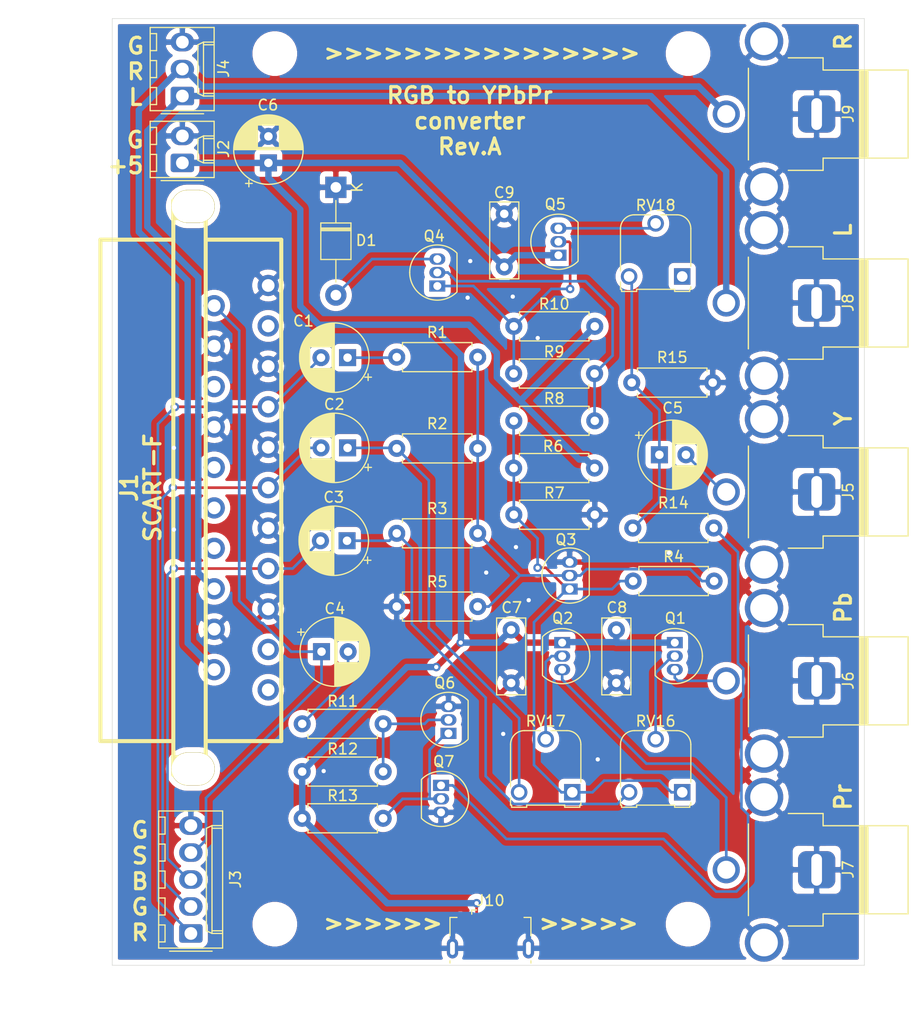
<source format=kicad_pcb>
(kicad_pcb (version 20171130) (host pcbnew "(5.1.4)-1")
  (layers (0 F.Cu signal) (31 B.Cu signal) (34 B.Paste user) (35 F.Paste user) (36 B.SilkS user) (37 F.SilkS user) (38 B.Mask user) (39 F.Mask user) (44 Edge.Cuts user))
  (net 0 "")
  (net 1 R_IN)
  (net 2 "Net-(C1-Pad1)")
  (net 3 G_IN)
  (net 4 "Net-(C2-Pad1)")
  (net 5 B_IN)
  (net 6 "Net-(C3-Pad1)")
  (net 7 "Net-(C4-Pad2)")
  (net 8 CSYNC_IN)
  (net 9 Y_OUT)
  (net 10 "Net-(C5-Pad1)")
  (net 11 "Net-(D1-Pad2)")
  (net 12 GND)
  (net 13 Audio_L)
  (net 14 Audio_R)
  (net 15 +5V)
  (net 16 Pb_OUT)
  (net 17 Pr_OUT)
  (net 18 "Net-(Q1-Pad2)")
  (net 19 "Net-(Q2-Pad2)")
  (net 20 "Net-(Q3-Pad1)")
  (net 21 "Net-(Q3-Pad2)")
  (net 22 "Net-(Q4-Pad1)")
  (net 23 "Net-(Q4-Pad2)")
  (net 24 "Net-(Q5-Pad3)")
  (net 25 "Net-(Q6-Pad1)")
  (net 26 "Net-(Q6-Pad2)")
  (net 27 "Net-(Q7-Pad1)")
  (module Connector_USB:USB_Micro-B_GCT_USB3076-30-A (layer F.Cu) (at 145.7 138.7)
    (fp_text reference J10 (at 0 -3.3) (layer F.SilkS))
    (fp_text value USB_B_Micro)
    (pad 6 smd rect (at -2.32 -1.03) (size 1.15 1.45) (layers F.Cu F.Paste F.Mask) (net 12 GND))
    (pad 6 smd rect (at 2.32 -1.03) (size 1.15 1.45) (layers F.Cu F.Paste F.Mask) (net 12 GND))
    (pad 6 thru_hole oval (at 3.575 1.2) (size 1.05 1.9) (drill oval 0.45 1.25) (layers *.Cu *.Mask) (net 12 GND))
    (pad 6 thru_hole oval (at -3.575 1.2 180) (size 1.05 1.9) (drill oval 0.45 1.25) (layers *.Cu *.Mask) (net 12 GND))
    (pad 6 smd rect (at -1.125 1.2) (size 1.75 1.9) (layers F.Cu F.Paste F.Mask) (net 12 GND))
    (pad 3 smd rect (at 0 -1.45) (size 0.4 1.4) (layers F.Cu F.Paste F.Mask))
    (pad 4 smd rect (at 0.65 -1.45) (size 0.4 1.4) (layers F.Cu F.Paste F.Mask))
    (pad 5 smd rect (at 1.3 -1.45) (size 0.4 1.4) (layers F.Cu F.Paste F.Mask) (net 12 GND))
    (pad 1 smd rect (at -1.3 -1.45) (size 0.4 1.4) (layers F.Cu F.Paste F.Mask) (net 15 +5V))
    (pad 2 smd rect (at -0.65 -1.45) (size 0.4 1.4) (layers F.Cu F.Paste F.Mask))
    (pad 6 smd rect (at 1.125 1.2) (size 1.75 1.9) (layers F.Cu F.Paste F.Mask) (net 12 GND))
  )
  (module Potentiometer_THT:Potentiometer_Runtron_RM-065_Vertical (layer F.Cu) (at 153.4 125.2 180)
    (fp_text reference RV17 (at 2.5 6.7) (layer F.SilkS))
    (fp_text value 10k)
    (pad 2 thru_hole circle (at 2.5 5 180) (size 1.55 1.55) (drill 1) (layers *.Cu *.Mask) (net 19 "Net-(Q2-Pad2)"))
    (pad 1 thru_hole rect (at 0 0 180) (size 1.55 1.55) (drill 1) (layers *.Cu *.Mask) (net 20 "Net-(Q3-Pad1)"))
    (pad 3 thru_hole circle (at 5 0 180) (size 1.55 1.55) (drill 1) (layers *.Cu *.Mask) (net 4 "Net-(C2-Pad1)"))
  )
  (module Capacitor_THT:C_Disc_D7.0mm_W2.5mm_P5.00mm (layer F.Cu) (at 147 75.7 90)
    (fp_text reference C9 (at 7 0 180) (layer F.SilkS))
    (fp_text value 100n)
    (pad 2 thru_hole circle (at 5 0 90) (size 1.6 1.6) (drill 0.8) (layers *.Cu *.Mask) (net 12 GND))
    (pad 1 thru_hole circle (at 0 0 90) (size 1.6 1.6) (drill 0.8) (layers *.Cu *.Mask) (net 15 +5V))
  )
  (module Capacitor_THT:C_Disc_D7.0mm_W2.5mm_P5.00mm (layer F.Cu) (at 157.55 109.9 270)
    (fp_text reference C8 (at -2.1 -0.05 180) (layer F.SilkS))
    (fp_text value 100n)
    (pad 2 thru_hole circle (at 5 0 270) (size 1.6 1.6) (drill 0.8) (layers *.Cu *.Mask) (net 12 GND))
    (pad 1 thru_hole circle (at 0 0 270) (size 1.6 1.6) (drill 0.8) (layers *.Cu *.Mask) (net 15 +5V))
  )
  (module Capacitor_THT:C_Disc_D7.0mm_W2.5mm_P5.00mm (layer F.Cu) (at 147.65 109.9 270)
    (fp_text reference C7 (at -2.1 -0.05 180) (layer F.SilkS))
    (fp_text value 100n)
    (pad 2 thru_hole circle (at 5 0 270) (size 1.6 1.6) (drill 0.8) (layers *.Cu *.Mask) (net 12 GND))
    (pad 1 thru_hole circle (at 0 0 270) (size 1.6 1.6) (drill 0.8) (layers *.Cu *.Mask) (net 15 +5V))
  )
  (module Capacitor_THT:CP_Radial_D6.3mm_P2.50mm (layer F.Cu) (at 124.8 65.9 90)
    (fp_text reference C6 (at 5.45 -0.05 180) (layer F.SilkS))
    (fp_text value 100u)
    (pad 2 thru_hole circle (at 2.5 0 90) (size 1.6 1.6) (drill 0.8) (layers *.Cu *.Mask) (net 12 GND))
    (pad 1 thru_hole rect (at 0 0 90) (size 1.6 1.6) (drill 0.8) (layers *.Cu *.Mask) (net 15 +5V))
  )
  (module MountingHole:MountingHole_3.2mm_M3 (layer F.Cu) (at 164.3 137.625001)
    (fp_text reference H4 hide)
    (fp_text value MountingHole)
    (pad 1 np_thru_hole circle (at 0 0) (size 3.2 3.2) (drill 3.2) (layers *.Cu *.Mask))
  )
  (module MountingHole:MountingHole_3.2mm_M3 (layer F.Cu) (at 164.3 55.6 180)
    (fp_text reference H3 hide)
    (fp_text value MountingHole)
    (pad 1 np_thru_hole circle (at 0 0 180) (size 3.2 3.2) (drill 3.2) (layers *.Cu *.Mask))
  )
  (module MountingHole:MountingHole_3.2mm_M3 (layer F.Cu) (at 125.4 137.625001)
    (fp_text reference H2 hide)
    (fp_text value MountingHole)
    (pad 1 np_thru_hole circle (at 0 0) (size 3.2 3.2) (drill 3.2) (layers *.Cu *.Mask))
  )
  (module MountingHole:MountingHole_3.2mm_M3 (layer F.Cu) (at 125.4 55.6 180)
    (fp_text reference H1 hide)
    (fp_text value MountingHole)
    (pad 1 np_thru_hole circle (at 0 0 180) (size 3.2 3.2) (drill 3.2) (layers *.Cu *.Mask))
  )
  (module Potentiometer_THT:Potentiometer_Runtron_RM-065_Vertical (layer F.Cu) (at 163.75 76.6 180)
    (fp_text reference RV18 (at 2.5 6.7) (layer F.SilkS))
    (fp_text value 100)
    (pad 3 thru_hole circle (at 5 0 180) (size 1.55 1.55) (drill 1) (layers *.Cu *.Mask) (net 10 "Net-(C5-Pad1)"))
    (pad 1 thru_hole rect (at 0 0 180) (size 1.55 1.55) (drill 1) (layers *.Cu *.Mask))
    (pad 2 thru_hole circle (at 2.5 5 180) (size 1.55 1.55) (drill 1) (layers *.Cu *.Mask) (net 24 "Net-(Q5-Pad3)"))
  )
  (module Potentiometer_THT:Potentiometer_Runtron_RM-065_Vertical (layer F.Cu) (at 163.75 125.2 180)
    (fp_text reference RV16 (at 2.5 6.7) (layer F.SilkS))
    (fp_text value 10k)
    (pad 2 thru_hole circle (at 2.5 5 180) (size 1.55 1.55) (drill 1) (layers *.Cu *.Mask) (net 18 "Net-(Q1-Pad2)"))
    (pad 1 thru_hole rect (at 0 0 180) (size 1.55 1.55) (drill 1) (layers *.Cu *.Mask) (net 20 "Net-(Q3-Pad1)"))
    (pad 3 thru_hole circle (at 5 0 180) (size 1.55 1.55) (drill 1) (layers *.Cu *.Mask) (net 6 "Net-(C3-Pad1)"))
  )
  (module Resistor_THT:R_Axial_DIN0207_L6.3mm_D2.5mm_P7.62mm_Horizontal (layer F.Cu) (at 159 86.6)
    (fp_text reference R15 (at 3.81 -2.37) (layer F.SilkS))
    (fp_text value 75)
    (pad 2 thru_hole oval (at 7.62 0) (size 1.6 1.6) (drill 0.8) (layers *.Cu *.Mask) (net 12 GND))
    (pad 1 thru_hole circle (at 0 0) (size 1.6 1.6) (drill 0.8) (layers *.Cu *.Mask) (net 10 "Net-(C5-Pad1)"))
  )
  (module Resistor_THT:R_Axial_DIN0207_L6.3mm_D2.5mm_P7.62mm_Horizontal (layer F.Cu) (at 159.1 100.3)
    (fp_text reference R14 (at 3.81 -2.37) (layer F.SilkS))
    (fp_text value 15)
    (pad 2 thru_hole oval (at 7.62 0) (size 1.6 1.6) (drill 0.8) (layers *.Cu *.Mask) (net 27 "Net-(Q7-Pad1)"))
    (pad 1 thru_hole circle (at 0 0) (size 1.6 1.6) (drill 0.8) (layers *.Cu *.Mask) (net 10 "Net-(C5-Pad1)"))
  )
  (module Resistor_THT:R_Axial_DIN0207_L6.3mm_D2.5mm_P7.62mm_Horizontal (layer F.Cu) (at 135.6 127.65 180)
    (fp_text reference R13 (at 3.81 2.13) (layer F.SilkS))
    (fp_text value 500)
    (pad 2 thru_hole oval (at 7.62 0 180) (size 1.6 1.6) (drill 0.8) (layers *.Cu *.Mask) (net 15 +5V))
    (pad 1 thru_hole circle (at 0 0 180) (size 1.6 1.6) (drill 0.8) (layers *.Cu *.Mask) (net 25 "Net-(Q6-Pad1)"))
  )
  (module Resistor_THT:R_Axial_DIN0207_L6.3mm_D2.5mm_P7.62mm_Horizontal (layer F.Cu) (at 135.6 123.25 180)
    (fp_text reference R12 (at 3.81 2.13) (layer F.SilkS))
    (fp_text value 10k)
    (pad 2 thru_hole oval (at 7.62 0 180) (size 1.6 1.6) (drill 0.8) (layers *.Cu *.Mask) (net 15 +5V))
    (pad 1 thru_hole circle (at 0 0 180) (size 1.6 1.6) (drill 0.8) (layers *.Cu *.Mask) (net 26 "Net-(Q6-Pad2)"))
  )
  (module Resistor_THT:R_Axial_DIN0207_L6.3mm_D2.5mm_P7.62mm_Horizontal (layer F.Cu) (at 135.6 118.75 180)
    (fp_text reference R11 (at 3.81 2.13) (layer F.SilkS))
    (fp_text value 1k)
    (pad 2 thru_hole oval (at 7.62 0 180) (size 1.6 1.6) (drill 0.8) (layers *.Cu *.Mask) (net 7 "Net-(C4-Pad2)"))
    (pad 1 thru_hole circle (at 0 0 180) (size 1.6 1.6) (drill 0.8) (layers *.Cu *.Mask) (net 26 "Net-(Q6-Pad2)"))
  )
  (module Resistor_THT:R_Axial_DIN0207_L6.3mm_D2.5mm_P7.62mm_Horizontal (layer F.Cu) (at 147.9 81.3)
    (fp_text reference R10 (at 3.8 -2.1) (layer F.SilkS))
    (fp_text value 500)
    (pad 1 thru_hole circle (at 0 0) (size 1.6 1.6) (drill 0.8) (layers *.Cu *.Mask) (net 22 "Net-(Q4-Pad1)"))
    (pad 2 thru_hole oval (at 7.62 0) (size 1.6 1.6) (drill 0.8) (layers *.Cu *.Mask) (net 15 +5V))
  )
  (module Resistor_THT:R_Axial_DIN0207_L6.3mm_D2.5mm_P7.62mm_Horizontal (layer F.Cu) (at 155.5 85.75 180)
    (fp_text reference R9 (at 3.81 2.05) (layer F.SilkS))
    (fp_text value 1k)
    (pad 1 thru_hole circle (at 0 0 180) (size 1.6 1.6) (drill 0.8) (layers *.Cu *.Mask) (net 23 "Net-(Q4-Pad2)"))
    (pad 2 thru_hole oval (at 7.62 0 180) (size 1.6 1.6) (drill 0.8) (layers *.Cu *.Mask) (net 22 "Net-(Q4-Pad1)"))
  )
  (module Resistor_THT:R_Axial_DIN0207_L6.3mm_D2.5mm_P7.62mm_Horizontal (layer F.Cu) (at 147.9 90.2)
    (fp_text reference R8 (at 3.8 -2.1) (layer F.SilkS))
    (fp_text value 500)
    (pad 1 thru_hole circle (at 0 0) (size 1.6 1.6) (drill 0.8) (layers *.Cu *.Mask) (net 20 "Net-(Q3-Pad1)"))
    (pad 2 thru_hole oval (at 7.62 0) (size 1.6 1.6) (drill 0.8) (layers *.Cu *.Mask) (net 23 "Net-(Q4-Pad2)"))
  )
  (module Resistor_THT:R_Axial_DIN0207_L6.3mm_D2.5mm_P7.62mm_Horizontal (layer F.Cu) (at 147.9 99.05)
    (fp_text reference R7 (at 3.81 -2.05) (layer F.SilkS))
    (fp_text value 1k)
    (pad 1 thru_hole circle (at 0 0) (size 1.6 1.6) (drill 0.8) (layers *.Cu *.Mask) (net 20 "Net-(Q3-Pad1)"))
    (pad 2 thru_hole oval (at 7.62 0) (size 1.6 1.6) (drill 0.8) (layers *.Cu *.Mask) (net 12 GND))
  )
  (module Resistor_THT:R_Axial_DIN0207_L6.3mm_D2.5mm_P7.62mm_Horizontal (layer F.Cu) (at 155.5 94.65 180)
    (fp_text reference R6 (at 3.9 2.05) (layer F.SilkS))
    (fp_text value 500)
    (pad 1 thru_hole circle (at 0 0 180) (size 1.6 1.6) (drill 0.8) (layers *.Cu *.Mask) (net 15 +5V))
    (pad 2 thru_hole oval (at 7.62 0 180) (size 1.6 1.6) (drill 0.8) (layers *.Cu *.Mask) (net 20 "Net-(Q3-Pad1)"))
  )
  (module Resistor_THT:R_Axial_DIN0207_L6.3mm_D2.5mm_P7.62mm_Horizontal (layer F.Cu) (at 144.5 107.7 180)
    (fp_text reference R5 (at 3.81 2.33) (layer F.SilkS))
    (fp_text value 1k)
    (pad 2 thru_hole oval (at 7.62 0 180) (size 1.6 1.6) (drill 0.8) (layers *.Cu *.Mask) (net 12 GND))
    (pad 1 thru_hole circle (at 0 0 180) (size 1.6 1.6) (drill 0.8) (layers *.Cu *.Mask) (net 21 "Net-(Q3-Pad2)"))
  )
  (module Resistor_THT:R_Axial_DIN0207_L6.3mm_D2.5mm_P7.62mm_Horizontal (layer F.Cu) (at 166.75 105.3 180)
    (fp_text reference R4 (at 3.81 2.3) (layer F.SilkS))
    (fp_text value 500)
    (pad 2 thru_hole oval (at 7.62 0 180) (size 1.6 1.6) (drill 0.8) (layers *.Cu *.Mask) (net 20 "Net-(Q3-Pad1)"))
    (pad 1 thru_hole circle (at 0 0 180) (size 1.6 1.6) (drill 0.8) (layers *.Cu *.Mask) (net 21 "Net-(Q3-Pad2)"))
  )
  (module Resistor_THT:R_Axial_DIN0207_L6.3mm_D2.5mm_P7.62mm_Horizontal (layer F.Cu) (at 144.5 100.8 180)
    (fp_text reference R3 (at 3.81 2.33) (layer F.SilkS))
    (fp_text value 2k)
    (pad 2 thru_hole oval (at 7.62 0 180) (size 1.6 1.6) (drill 0.8) (layers *.Cu *.Mask) (net 6 "Net-(C3-Pad1)"))
    (pad 1 thru_hole circle (at 0 0 180) (size 1.6 1.6) (drill 0.8) (layers *.Cu *.Mask) (net 21 "Net-(Q3-Pad2)"))
  )
  (module Resistor_THT:R_Axial_DIN0207_L6.3mm_D2.5mm_P7.62mm_Horizontal (layer F.Cu) (at 144.5 92.8 180)
    (fp_text reference R2 (at 3.81 2.33) (layer F.SilkS))
    (fp_text value 500)
    (pad 2 thru_hole oval (at 7.62 0 180) (size 1.6 1.6) (drill 0.8) (layers *.Cu *.Mask) (net 4 "Net-(C2-Pad1)"))
    (pad 1 thru_hole circle (at 0 0 180) (size 1.6 1.6) (drill 0.8) (layers *.Cu *.Mask) (net 21 "Net-(Q3-Pad2)"))
  )
  (module Resistor_THT:R_Axial_DIN0207_L6.3mm_D2.5mm_P7.62mm_Horizontal (layer F.Cu) (at 144.5 84.2 180)
    (fp_text reference R1 (at 3.81 2.33) (layer F.SilkS))
    (fp_text value 1k)
    (pad 2 thru_hole oval (at 7.62 0 180) (size 1.6 1.6) (drill 0.8) (layers *.Cu *.Mask) (net 2 "Net-(C1-Pad1)"))
    (pad 1 thru_hole circle (at 0 0 180) (size 1.6 1.6) (drill 0.8) (layers *.Cu *.Mask) (net 21 "Net-(Q3-Pad2)"))
  )
  (module Package_TO_SOT_THT:TO-92_Inline (layer F.Cu) (at 141.05 124.55 270)
    (fp_text reference Q7 (at -2.25 -0.25 180) (layer F.SilkS))
    (fp_text value BC549B)
    (pad 1 thru_hole rect (at 0 0 270) (size 1.05 1.5) (drill 0.75) (layers *.Cu *.Mask) (net 27 "Net-(Q7-Pad1)"))
    (pad 3 thru_hole oval (at 2.54 0 270) (size 1.05 1.5) (drill 0.75) (layers *.Cu *.Mask) (net 12 GND))
    (pad 2 thru_hole oval (at 1.27 0 270) (size 1.05 1.5) (drill 0.75) (layers *.Cu *.Mask) (net 25 "Net-(Q6-Pad1)"))
  )
  (module Package_TO_SOT_THT:TO-92_Inline (layer F.Cu) (at 141.75 119.65 90)
    (fp_text reference Q6 (at 4.75 -0.35 180) (layer F.SilkS))
    (fp_text value BC549B)
    (pad 1 thru_hole rect (at 0 0 90) (size 1.05 1.5) (drill 0.75) (layers *.Cu *.Mask) (net 25 "Net-(Q6-Pad1)"))
    (pad 3 thru_hole oval (at 2.54 0 90) (size 1.05 1.5) (drill 0.75) (layers *.Cu *.Mask) (net 12 GND))
    (pad 2 thru_hole oval (at 1.27 0 90) (size 1.05 1.5) (drill 0.75) (layers *.Cu *.Mask) (net 26 "Net-(Q6-Pad2)"))
  )
  (module Package_TO_SOT_THT:TO-92_Inline (layer F.Cu) (at 152.1 74.6 90)
    (fp_text reference Q5 (at 4.8 -0.3 180) (layer F.SilkS))
    (fp_text value BC549B)
    (pad 1 thru_hole rect (at 0 0 90) (size 1.05 1.5) (drill 0.75) (layers *.Cu *.Mask) (net 15 +5V))
    (pad 3 thru_hole oval (at 2.54 0 90) (size 1.05 1.5) (drill 0.75) (layers *.Cu *.Mask) (net 24 "Net-(Q5-Pad3)"))
    (pad 2 thru_hole oval (at 1.27 0 90) (size 1.05 1.5) (drill 0.75) (layers *.Cu *.Mask) (net 22 "Net-(Q4-Pad1)"))
  )
  (module Package_TO_SOT_THT:TO-92_Inline (layer F.Cu) (at 140.7 77.5 90)
    (fp_text reference Q4 (at 4.7 -0.3 180) (layer F.SilkS))
    (fp_text value BC549B)
    (pad 1 thru_hole rect (at 0 0 90) (size 1.05 1.5) (drill 0.75) (layers *.Cu *.Mask) (net 22 "Net-(Q4-Pad1)"))
    (pad 3 thru_hole oval (at 2.54 0 90) (size 1.05 1.5) (drill 0.75) (layers *.Cu *.Mask) (net 11 "Net-(D1-Pad2)"))
    (pad 2 thru_hole oval (at 1.27 0 90) (size 1.05 1.5) (drill 0.75) (layers *.Cu *.Mask) (net 23 "Net-(Q4-Pad2)"))
  )
  (module Package_TO_SOT_THT:TO-92_Inline (layer F.Cu) (at 153.15 106.05 90)
    (fp_text reference Q3 (at 4.65 -0.35 180) (layer F.SilkS))
    (fp_text value BC549B)
    (pad 2 thru_hole oval (at 1.27 0 90) (size 1.05 1.5) (drill 0.75) (layers *.Cu *.Mask) (net 21 "Net-(Q3-Pad2)"))
    (pad 3 thru_hole oval (at 2.54 0 90) (size 1.05 1.5) (drill 0.75) (layers *.Cu *.Mask) (net 12 GND))
    (pad 1 thru_hole rect (at 0 0 90) (size 1.05 1.5) (drill 0.75) (layers *.Cu *.Mask) (net 20 "Net-(Q3-Pad1)"))
  )
  (module Package_TO_SOT_THT:TO-92_Inline (layer F.Cu) (at 152.45 111.1 270)
    (fp_text reference Q2 (at -2.3 -0.05 180) (layer F.SilkS))
    (fp_text value BC549B)
    (pad 1 thru_hole rect (at 0 0 270) (size 1.05 1.5) (drill 0.75) (layers *.Cu *.Mask) (net 15 +5V))
    (pad 3 thru_hole oval (at 2.54 0 270) (size 1.05 1.5) (drill 0.75) (layers *.Cu *.Mask) (net 17 Pr_OUT))
    (pad 2 thru_hole oval (at 1.27 0 270) (size 1.05 1.5) (drill 0.75) (layers *.Cu *.Mask) (net 19 "Net-(Q2-Pad2)"))
  )
  (module Package_TO_SOT_THT:TO-92_Inline (layer F.Cu) (at 163.05 111.1 270)
    (fp_text reference Q1 (at -2.3 -0.05 180) (layer F.SilkS))
    (fp_text value BC549B)
    (pad 1 thru_hole rect (at 0 0 270) (size 1.05 1.5) (drill 0.75) (layers *.Cu *.Mask) (net 15 +5V))
    (pad 3 thru_hole oval (at 2.54 0 270) (size 1.05 1.5) (drill 0.75) (layers *.Cu *.Mask) (net 16 Pb_OUT))
    (pad 2 thru_hole oval (at 1.27 0 270) (size 1.05 1.5) (drill 0.75) (layers *.Cu *.Mask) (net 18 "Net-(Q1-Pad2)"))
  )
  (module my:CUI_RCJ-01X-WIDE (layer F.Cu) (at 174.5 61.3 270)
    (fp_text reference J9 (at -0.03 -4.86912 270) (layer F.SilkS))
    (fp_text value RCJ-014 hide)
    (pad 1 thru_hole circle (at 0 6.604 270) (size 2.55 2.55) (drill 1.7) (layers *.Cu *.Mask) (net 14 Audio_R))
    (pad 2 thru_hole roundrect (at 0 -1.905 90) (size 3.50012 3.50012) (drill oval 3 1) (layers *.Cu *.Mask) (roundrect_rratio 0.214) (net 12 GND))
    (pad 2 thru_hole circle (at -6.858 3.048 270) (size 3.616 3.616) (drill 2.6) (layers *.Cu *.Mask) (net 12 GND))
    (pad 2 thru_hole circle (at 6.858 3.048 270) (size 3.616 3.616) (drill 2.6) (layers *.Cu *.Mask) (net 12 GND))
  )
  (module my:CUI_RCJ-01X-WIDE (layer F.Cu) (at 174.495 79.1 270)
    (fp_text reference J8 (at -0.03 -4.86912 270) (layer F.SilkS))
    (fp_text value RCJ-014 hide)
    (pad 1 thru_hole circle (at 0 6.604 270) (size 2.55 2.55) (drill 1.7) (layers *.Cu *.Mask) (net 13 Audio_L))
    (pad 2 thru_hole roundrect (at 0 -1.905 90) (size 3.50012 3.50012) (drill oval 3 1) (layers *.Cu *.Mask) (roundrect_rratio 0.214) (net 12 GND))
    (pad 2 thru_hole circle (at -6.858 3.048 270) (size 3.616 3.616) (drill 2.6) (layers *.Cu *.Mask) (net 12 GND))
    (pad 2 thru_hole circle (at 6.858 3.048 270) (size 3.616 3.616) (drill 2.6) (layers *.Cu *.Mask) (net 12 GND))
  )
  (module my:CUI_RCJ-01X-WIDE (layer F.Cu) (at 174.5 132.5 270)
    (fp_text reference J7 (at -0.03 -4.86912 270) (layer F.SilkS))
    (fp_text value RCJ-014 hide)
    (pad 1 thru_hole circle (at 0 6.604 270) (size 2.55 2.55) (drill 1.7) (layers *.Cu *.Mask) (net 17 Pr_OUT))
    (pad 2 thru_hole roundrect (at 0 -1.905 90) (size 3.50012 3.50012) (drill oval 3 1) (layers *.Cu *.Mask) (roundrect_rratio 0.214) (net 12 GND))
    (pad 2 thru_hole circle (at -6.858 3.048 270) (size 3.616 3.616) (drill 2.6) (layers *.Cu *.Mask) (net 12 GND))
    (pad 2 thru_hole circle (at 6.858 3.048 270) (size 3.616 3.616) (drill 2.6) (layers *.Cu *.Mask) (net 12 GND))
  )
  (module my:CUI_RCJ-01X-WIDE (layer F.Cu) (at 174.5 114.7 270)
    (fp_text reference J6 (at -0.03 -4.86912 270) (layer F.SilkS))
    (fp_text value RCJ-014 hide)
    (pad 1 thru_hole circle (at 0 6.604 270) (size 2.55 2.55) (drill 1.7) (layers *.Cu *.Mask) (net 16 Pb_OUT))
    (pad 2 thru_hole roundrect (at 0 -1.905 90) (size 3.50012 3.50012) (drill oval 3 1) (layers *.Cu *.Mask) (roundrect_rratio 0.214) (net 12 GND))
    (pad 2 thru_hole circle (at -6.858 3.048 270) (size 3.616 3.616) (drill 2.6) (layers *.Cu *.Mask) (net 12 GND))
    (pad 2 thru_hole circle (at 6.858 3.048 270) (size 3.616 3.616) (drill 2.6) (layers *.Cu *.Mask) (net 12 GND))
  )
  (module my:CUI_RCJ-01X-WIDE (layer F.Cu) (at 174.5 96.9 270)
    (fp_text reference J5 (at -0.03 -4.86912 270) (layer F.SilkS))
    (fp_text value RCJ-014 hide)
    (pad 1 thru_hole circle (at 0 6.604 270) (size 2.55 2.55) (drill 1.7) (layers *.Cu *.Mask) (net 9 Y_OUT))
    (pad 2 thru_hole roundrect (at 0 -1.905 90) (size 3.50012 3.50012) (drill oval 3 1) (layers *.Cu *.Mask) (roundrect_rratio 0.214) (net 12 GND))
    (pad 2 thru_hole circle (at -6.858 3.048 270) (size 3.616 3.616) (drill 2.6) (layers *.Cu *.Mask) (net 12 GND))
    (pad 2 thru_hole circle (at 6.858 3.048 270) (size 3.616 3.616) (drill 2.6) (layers *.Cu *.Mask) (net 12 GND))
  )
  (module Connector_Molex:Molex_KK-254_AE-6410-03A_1x03_P2.54mm_Vertical (layer F.Cu) (at 116.7 59.6 90)
    (fp_text reference J4 (at 2.59 3.88 90) (layer F.SilkS))
    (fp_text value Conn_01x03)
    (pad 3 thru_hole oval (at 5.08 0 90) (size 1.74 2.2) (drill 1.2) (layers *.Cu *.Mask) (net 12 GND))
    (pad 2 thru_hole oval (at 2.54 0 90) (size 1.74 2.2) (drill 1.2) (layers *.Cu *.Mask) (net 14 Audio_R))
    (pad 1 thru_hole roundrect (at 0 0 90) (size 1.74 2.2) (drill 1.2) (layers *.Cu *.Mask) (roundrect_rratio 0.143678) (net 13 Audio_L))
  )
  (module Connector_Molex:Molex_KK-254_AE-6410-05A_1x05_P2.54mm_Vertical (layer F.Cu) (at 117.5 138.5 90)
    (fp_text reference J3 (at 5.1 4.2 90) (layer F.SilkS))
    (fp_text value Conn_01x05)
    (pad 5 thru_hole oval (at 10.16 0 90) (size 1.74 2.2) (drill 1.2) (layers *.Cu *.Mask) (net 12 GND))
    (pad 4 thru_hole oval (at 7.62 0 90) (size 1.74 2.2) (drill 1.2) (layers *.Cu *.Mask) (net 8 CSYNC_IN))
    (pad 3 thru_hole oval (at 5.08 0 90) (size 1.74 2.2) (drill 1.2) (layers *.Cu *.Mask) (net 5 B_IN))
    (pad 2 thru_hole oval (at 2.54 0 90) (size 1.74 2.2) (drill 1.2) (layers *.Cu *.Mask) (net 3 G_IN))
    (pad 1 thru_hole roundrect (at 0 0 90) (size 1.74 2.2) (drill 1.2) (layers *.Cu *.Mask) (roundrect_rratio 0.143678) (net 1 R_IN))
  )
  (module Connector_Molex:Molex_KK-254_AE-6410-02A_1x02_P2.54mm_Vertical (layer F.Cu) (at 116.7 65.9 90)
    (fp_text reference J2 (at 1.32 3.88 90) (layer F.SilkS))
    (fp_text value Conn_01x02)
    (pad 2 thru_hole oval (at 2.54 0 90) (size 1.74 2.2) (drill 1.2) (layers *.Cu *.Mask) (net 12 GND))
    (pad 1 thru_hole roundrect (at 0 0 90) (size 1.74 2.2) (drill 1.2) (layers *.Cu *.Mask) (roundrect_rratio 0.143678) (net 15 +5V))
  )
  (module w_conn_av:SCART (layer F.Cu) (at 117.5 96.5 270)
    (fp_text reference J1 (at 0 5.80032 90) (layer F.SilkS) (effects (font (size 1.524 1.524) (thickness 0.3048))))
    (fp_text value SCART-F (at 0 3.6 90) (layer F.SilkS) (effects (font (size 1.524 1.524) (thickness 0.3048))))
    (pad "" np_thru_hole oval (at -26.49982 -0.20066 270) (size 3.1 4.1) (drill oval 3 4) (layers *.Cu *.Mask F.SilkS))
    (pad "" np_thru_hole oval (at 26.49982 -0.20066 270) (size 3.1 4.1) (drill oval 3 4) (layers *.Cu *.Mask F.SilkS))
    (pad 21 thru_hole circle (at -19.05 -7.27964 270) (size 1.99898 1.99898) (drill 1.19888) (layers *.Cu *.Mask) (net 12 GND))
    (pad 20 thru_hole circle (at -17.145 -2.19964 270) (size 1.99898 1.99898) (drill 1.19888) (layers *.Cu *.Mask) (net 8 CSYNC_IN))
    (pad 19 thru_hole circle (at -15.24 -7.27964 270) (size 1.99898 1.99898) (drill 1.19888) (layers *.Cu *.Mask))
    (pad 18 thru_hole circle (at -13.335 -2.19964 270) (size 1.99898 1.99898) (drill 1.19888) (layers *.Cu *.Mask) (net 12 GND))
    (pad 17 thru_hole circle (at -11.43 -7.27964 270) (size 1.99898 1.99898) (drill 1.19888) (layers *.Cu *.Mask) (net 12 GND))
    (pad 16 thru_hole circle (at -9.525 -2.19964 270) (size 1.99898 1.99898) (drill 1.19888) (layers *.Cu *.Mask))
    (pad 15 thru_hole circle (at -7.62 -7.27964 270) (size 1.99898 1.99898) (drill 1.19888) (layers *.Cu *.Mask) (net 1 R_IN))
    (pad 14 thru_hole circle (at -5.715 -2.19964 270) (size 1.99898 1.99898) (drill 1.19888) (layers *.Cu *.Mask) (net 12 GND))
    (pad 13 thru_hole circle (at -3.81 -7.27964 270) (size 1.99898 1.99898) (drill 1.19888) (layers *.Cu *.Mask) (net 12 GND))
    (pad 12 thru_hole circle (at -1.905 -2.19964 270) (size 1.99898 1.99898) (drill 1.19888) (layers *.Cu *.Mask))
    (pad 11 thru_hole circle (at 0 -7.27964 270) (size 1.99898 1.99898) (drill 1.19888) (layers *.Cu *.Mask) (net 3 G_IN))
    (pad 10 thru_hole circle (at 1.905 -2.19964 270) (size 1.99898 1.99898) (drill 1.19888) (layers *.Cu *.Mask))
    (pad 9 thru_hole circle (at 3.81 -7.27964 270) (size 1.99898 1.99898) (drill 1.19888) (layers *.Cu *.Mask) (net 12 GND))
    (pad 8 thru_hole circle (at 5.715 -2.19964 270) (size 1.99898 1.99898) (drill 1.19888) (layers *.Cu *.Mask))
    (pad 7 thru_hole circle (at 7.62 -7.27964 270) (size 1.99898 1.99898) (drill 1.19888) (layers *.Cu *.Mask) (net 5 B_IN))
    (pad 6 thru_hole circle (at 9.525 -2.19964 270) (size 1.99898 1.99898) (drill 1.19888) (layers *.Cu *.Mask) (net 13 Audio_L))
    (pad 5 thru_hole circle (at 11.43 -7.27964 270) (size 1.99898 1.99898) (drill 1.19888) (layers *.Cu *.Mask) (net 12 GND))
    (pad 4 thru_hole circle (at 13.335 -2.19964 270) (size 1.99898 1.99898) (drill 1.19888) (layers *.Cu *.Mask) (net 12 GND))
    (pad 3 thru_hole circle (at 15.24 -7.27964 270) (size 1.99898 1.99898) (drill 1.19888) (layers *.Cu *.Mask))
    (pad 2 thru_hole circle (at 17.145 -2.19964 270) (size 1.99898 1.99898) (drill 1.19888) (layers *.Cu *.Mask) (net 14 Audio_R))
    (pad 1 thru_hole circle (at 19.05 -7.27964 270) (size 1.99898 1.99898) (drill 1.19888) (layers *.Cu *.Mask))
  )
  (module Diode_THT:D_T-1_P10.16mm_Horizontal (layer F.Cu) (at 131.15 68.2 270)
    (fp_text reference D1 (at 5 -2.85 180) (layer F.SilkS))
    (fp_text value D)
    (fp_text user K (at 0 -2 90) (layer F.SilkS))
    (pad 2 thru_hole oval (at 10.16 0 270) (size 2 2) (drill 1) (layers *.Cu *.Mask) (net 11 "Net-(D1-Pad2)"))
    (pad 1 thru_hole rect (at 0 0 270) (size 2 2) (drill 1) (layers *.Cu *.Mask) (net 12 GND))
  )
  (module Capacitor_THT:CP_Radial_D6.3mm_P2.50mm (layer F.Cu) (at 161.6 93.4)
    (fp_text reference C5 (at 1.25 -4.4) (layer F.SilkS))
    (fp_text value 470u)
    (pad 2 thru_hole circle (at 2.5 0) (size 1.6 1.6) (drill 0.8) (layers *.Cu *.Mask) (net 9 Y_OUT))
    (pad 1 thru_hole rect (at 0 0) (size 1.6 1.6) (drill 0.8) (layers *.Cu *.Mask) (net 10 "Net-(C5-Pad1)"))
  )
  (module Capacitor_THT:CP_Radial_D6.3mm_P2.50mm (layer F.Cu) (at 129.8 111.95)
    (fp_text reference C4 (at 1.25 -4.05) (layer F.SilkS))
    (fp_text value 22u)
    (pad 2 thru_hole circle (at 2.5 0) (size 1.6 1.6) (drill 0.8) (layers *.Cu *.Mask) (net 7 "Net-(C4-Pad2)"))
    (pad 1 thru_hole rect (at 0 0) (size 1.6 1.6) (drill 0.8) (layers *.Cu *.Mask) (net 8 CSYNC_IN))
  )
  (module Capacitor_THT:CP_Radial_D6.3mm_P2.50mm (layer F.Cu) (at 132.2 101.5 180)
    (fp_text reference C3 (at 1.25 4.1) (layer F.SilkS))
    (fp_text value 100u)
    (pad 2 thru_hole circle (at 2.5 0 180) (size 1.6 1.6) (drill 0.8) (layers *.Cu *.Mask) (net 5 B_IN))
    (pad 1 thru_hole rect (at 0 0 180) (size 1.6 1.6) (drill 0.8) (layers *.Cu *.Mask) (net 6 "Net-(C3-Pad1)"))
  )
  (module Capacitor_THT:CP_Radial_D6.3mm_P2.50mm (layer F.Cu) (at 132.25 92.75 180)
    (fp_text reference C2 (at 1.25 4.1) (layer F.SilkS))
    (fp_text value 100u)
    (pad 2 thru_hole circle (at 2.5 0 180) (size 1.6 1.6) (drill 0.8) (layers *.Cu *.Mask) (net 3 G_IN))
    (pad 1 thru_hole rect (at 0 0 180) (size 1.6 1.6) (drill 0.8) (layers *.Cu *.Mask) (net 4 "Net-(C2-Pad1)"))
  )
  (module Capacitor_THT:CP_Radial_D6.3mm_P2.50mm (layer F.Cu) (at 132.25 84.25 180)
    (fp_text reference C1 (at 4.15 3.45) (layer F.SilkS))
    (fp_text value 100u)
    (pad 2 thru_hole circle (at 2.5 0 180) (size 1.6 1.6) (drill 0.8) (layers *.Cu *.Mask) (net 1 R_IN))
    (pad 1 thru_hole rect (at 0 0 180) (size 1.6 1.6) (drill 0.8) (layers *.Cu *.Mask) (net 2 "Net-(C1-Pad1)"))
  )
  (gr_text ">>>>>>        >>>>>" (at 144.8 137.5) (layer F.SilkS) (effects (font (size 1.5 1.5) (thickness 0.3))))
  (gr_text >>>>>>>>>>>>>>>> (at 144.9 55.5) (layer F.SilkS) (effects (font (size 1.5 1.5) (thickness 0.3))))
  (gr_text "G\nS\nB\nG\nR" (at 112.7 133.6) (layer F.SilkS) (effects (font (size 1.5 1.5) (thickness 0.3))))
  (gr_text "G\n+5" (at 113.2 64.95) (layer F.SilkS) (effects (font (size 1.5 1.5) (thickness 0.3)) (justify right)))
  (gr_text "G\nR\nL" (at 112.3 57.3) (layer F.SilkS) (effects (font (size 1.5 1.5) (thickness 0.3))))
  (gr_text R (at 178.9 54.5 90) (layer F.SilkS) (effects (font (size 1.5 1.5) (thickness 0.3))))
  (gr_text L (at 178.9 72.25 90) (layer F.SilkS) (effects (font (size 1.5 1.5) (thickness 0.3))))
  (gr_text Y (at 178.9 90 90) (layer F.SilkS) (effects (font (size 1.5 1.5) (thickness 0.3))))
  (gr_text Pb (at 178.9 107.8 90) (layer F.SilkS) (effects (font (size 1.5 1.5) (thickness 0.3))))
  (gr_text Pr (at 178.9 125.65 90) (layer F.SilkS) (effects (font (size 1.5 1.5) (thickness 0.3))))
  (gr_text "RGB to YPbPr\nconverter\nRev.A" (at 143.75 61.95) (layer F.SilkS) (effects (font (size 1.5 1.5) (thickness 0.3))))
  (gr_line (start 110.1 141.5) (end 110.1 52.3) (layer Edge.Cuts) (width 0.05))
  (gr_line (start 180.9 141.5) (end 110.1 141.5) (layer Edge.Cuts) (width 0.05))
  (gr_line (start 180.9 52.3) (end 180.9 141.5) (layer Edge.Cuts) (width 0.05))
  (gr_line (start 110.1 52.3) (end 180.9 52.3) (layer Edge.Cuts) (width 0.05))
  (segment (start 125.12 88.88) (end 124.77964 88.88) (width 0.25) (layer B.Cu) (net 1))
  (segment (start 129.75 84.25) (end 125.12 88.88) (width 0.25) (layer B.Cu) (net 1))
  (via (at 116.000006 88.9) (size 0.8) (drill 0.4) (layers F.Cu B.Cu) (net 1))
  (segment (start 124.77964 88.88) (end 116.020006 88.88) (width 0.25) (layer F.Cu) (net 1))
  (segment (start 116.020006 88.88) (end 116.000006 88.9) (width 0.25) (layer F.Cu) (net 1))
  (segment (start 115.600007 89.299999) (end 116.000006 88.9) (width 0.25) (layer B.Cu) (net 1))
  (segment (start 114.4 90.500006) (end 115.600007 89.299999) (width 0.25) (layer B.Cu) (net 1))
  (segment (start 114.4 135.4) (end 114.4 90.500006) (width 0.25) (layer B.Cu) (net 1))
  (segment (start 117.5 138.5) (end 114.4 135.4) (width 0.25) (layer B.Cu) (net 1))
  (segment (start 136.83 84.25) (end 136.88 84.2) (width 0.25) (layer B.Cu) (net 2))
  (segment (start 132.25 84.25) (end 136.83 84.25) (width 0.25) (layer B.Cu) (net 2))
  (segment (start 128.52964 92.75) (end 129.75 92.75) (width 0.25) (layer B.Cu) (net 3))
  (segment (start 124.77964 96.5) (end 128.52964 92.75) (width 0.25) (layer B.Cu) (net 3))
  (via (at 115.800002 96.499998) (size 0.8) (drill 0.4) (layers F.Cu B.Cu) (net 3))
  (segment (start 124.77964 96.5) (end 115.800004 96.5) (width 0.25) (layer F.Cu) (net 3))
  (segment (start 115.800004 96.5) (end 115.800002 96.499998) (width 0.25) (layer F.Cu) (net 3))
  (segment (start 117.5 135.96) (end 117.27 135.96) (width 0.25) (layer B.Cu) (net 3))
  (segment (start 117.27 135.96) (end 114.850011 133.540011) (width 0.25) (layer B.Cu) (net 3))
  (segment (start 114.850011 133.540011) (end 114.850011 97.449989) (width 0.25) (layer B.Cu) (net 3))
  (segment (start 114.850011 97.449989) (end 115.400003 96.899997) (width 0.25) (layer B.Cu) (net 3))
  (segment (start 115.400003 96.899997) (end 115.800002 96.499998) (width 0.25) (layer B.Cu) (net 3))
  (segment (start 136.83 92.75) (end 136.88 92.8) (width 0.25) (layer B.Cu) (net 4))
  (segment (start 132.25 92.75) (end 136.83 92.75) (width 0.25) (layer B.Cu) (net 4))
  (segment (start 148.4 118.225) (end 148.4 125.2) (width 0.25) (layer B.Cu) (net 4))
  (segment (start 140.8 110.625) (end 148.4 118.225) (width 0.25) (layer B.Cu) (net 4))
  (segment (start 140.8 110.6) (end 140.8 110.625) (width 0.25) (layer B.Cu) (net 4))
  (segment (start 139.9 109.7) (end 140.8 110.6) (width 0.25) (layer B.Cu) (net 4))
  (segment (start 136.88 92.8) (end 139.9 95.82) (width 0.25) (layer B.Cu) (net 4))
  (segment (start 139.9 95.82) (end 139.9 109.7) (width 0.25) (layer B.Cu) (net 4))
  (segment (start 115.92 104.12) (end 115.9 104.1) (width 0.25) (layer F.Cu) (net 5))
  (segment (start 124.77964 104.12) (end 115.92 104.12) (width 0.25) (layer F.Cu) (net 5))
  (via (at 115.9 104.1) (size 0.8) (drill 0.4) (layers F.Cu B.Cu) (net 5))
  (segment (start 115.300022 104.699978) (end 115.500001 104.499999) (width 0.25) (layer B.Cu) (net 5))
  (segment (start 115.500001 104.499999) (end 115.9 104.1) (width 0.25) (layer B.Cu) (net 5))
  (segment (start 115.300022 131.450022) (end 115.300022 104.699978) (width 0.25) (layer B.Cu) (net 5))
  (segment (start 117.27 133.42) (end 115.300022 131.450022) (width 0.25) (layer B.Cu) (net 5))
  (segment (start 117.5 133.42) (end 117.27 133.42) (width 0.25) (layer B.Cu) (net 5))
  (segment (start 127.08 104.12) (end 129.7 101.5) (width 0.25) (layer B.Cu) (net 5))
  (segment (start 124.77964 104.12) (end 127.08 104.12) (width 0.25) (layer B.Cu) (net 5))
  (segment (start 136.18 101.5) (end 136.88 100.8) (width 0.25) (layer B.Cu) (net 6))
  (segment (start 132.2 101.5) (end 136.18 101.5) (width 0.25) (layer B.Cu) (net 6))
  (segment (start 157.975001 125.974999) (end 158.75 125.2) (width 0.25) (layer B.Cu) (net 6))
  (segment (start 157.649999 126.300001) (end 157.975001 125.974999) (width 0.25) (layer B.Cu) (net 6))
  (segment (start 136.88 100.8) (end 138.3 102.22) (width 0.25) (layer B.Cu) (net 6))
  (segment (start 145.25 116.285002) (end 145.25 123.678002) (width 0.25) (layer B.Cu) (net 6))
  (segment (start 145.25 123.678002) (end 147.871999 126.300001) (width 0.25) (layer B.Cu) (net 6))
  (segment (start 138.3 102.22) (end 138.3 109.335002) (width 0.25) (layer B.Cu) (net 6))
  (segment (start 138.3 109.335002) (end 145.25 116.285002) (width 0.25) (layer B.Cu) (net 6))
  (segment (start 147.871999 126.300001) (end 157.649999 126.300001) (width 0.25) (layer B.Cu) (net 6))
  (segment (start 132.3 111.95) (end 132.3 114.43) (width 0.25) (layer B.Cu) (net 7))
  (segment (start 132.3 114.43) (end 127.98 118.75) (width 0.25) (layer B.Cu) (net 7))
  (segment (start 117.73 130.88) (end 117.5 130.88) (width 0.25) (layer B.Cu) (net 8))
  (segment (start 118.92501 129.68499) (end 117.73 130.88) (width 0.25) (layer B.Cu) (net 8))
  (segment (start 118.92501 125.739988) (end 118.92501 129.68499) (width 0.25) (layer B.Cu) (net 8))
  (segment (start 129.8 111.95) (end 129.8 114.864998) (width 0.25) (layer B.Cu) (net 8))
  (segment (start 129.8 114.864998) (end 118.92501 125.739988) (width 0.25) (layer B.Cu) (net 8))
  (segment (start 120.699129 80.354489) (end 119.69964 79.355) (width 0.25) (layer B.Cu) (net 8))
  (segment (start 126.949888 111.95) (end 124.254379 109.254491) (width 0.25) (layer B.Cu) (net 8))
  (segment (start 129.8 111.95) (end 126.949888 111.95) (width 0.25) (layer B.Cu) (net 8))
  (segment (start 124.254379 109.254491) (end 124.143883 109.254491) (width 0.25) (layer B.Cu) (net 8))
  (segment (start 124.143883 109.254491) (end 122.05 107.160608) (width 0.25) (layer B.Cu) (net 8))
  (segment (start 122.05 107.160608) (end 122.05 81.70536) (width 0.25) (layer B.Cu) (net 8))
  (segment (start 122.05 81.70536) (end 120.699129 80.354489) (width 0.25) (layer B.Cu) (net 8))
  (segment (start 167.6 96.9) (end 167.896 96.9) (width 0.25) (layer B.Cu) (net 9))
  (segment (start 164.1 93.4) (end 167.6 96.9) (width 0.25) (layer B.Cu) (net 9))
  (segment (start 161.6 89.2) (end 159 86.6) (width 0.25) (layer B.Cu) (net 10))
  (segment (start 161.6 93.4) (end 161.6 89.2) (width 0.25) (layer B.Cu) (net 10))
  (segment (start 161.6 97.8) (end 159.1 100.3) (width 0.25) (layer B.Cu) (net 10))
  (segment (start 161.6 93.4) (end 161.6 97.8) (width 0.25) (layer B.Cu) (net 10))
  (segment (start 159 76.85) (end 158.75 76.6) (width 0.25) (layer B.Cu) (net 10))
  (segment (start 159 86.6) (end 159 76.85) (width 0.25) (layer B.Cu) (net 10))
  (segment (start 134.55 74.96) (end 140.7 74.96) (width 0.25) (layer B.Cu) (net 11))
  (segment (start 131.15 78.36) (end 134.55 74.96) (width 0.25) (layer B.Cu) (net 11))
  (via (at 130 123.2) (size 0.8) (drill 0.4) (layers F.Cu B.Cu) (net 12))
  (via (at 162.5 102.65) (size 0.8) (drill 0.4) (layers F.Cu B.Cu) (net 12))
  (via (at 143.8 75.15) (size 0.8) (drill 0.4) (layers F.Cu B.Cu) (net 12))
  (via (at 143.55 78.6) (size 0.8) (drill 0.4) (layers F.Cu B.Cu) (net 12))
  (via (at 150.15 82.4) (size 0.8) (drill 0.4) (layers F.Cu B.Cu) (net 12))
  (via (at 155.8 122.1) (size 0.8) (drill 0.4) (layers F.Cu B.Cu) (net 12))
  (via (at 146.9 119.7) (size 0.8) (drill 0.4) (layers F.Cu B.Cu) (net 12))
  (via (at 148.1 102.1) (size 0.8) (drill 0.4) (layers F.Cu B.Cu) (net 12))
  (via (at 115.9 92.75) (size 0.8) (drill 0.4) (layers F.Cu B.Cu) (net 12))
  (via (at 115.9 100.45) (size 0.8) (drill 0.4) (layers F.Cu B.Cu) (net 12))
  (segment (start 147.6 137.25) (end 148.02 137.67) (width 0.25) (layer F.Cu) (net 12))
  (segment (start 147 137.25) (end 147.6 137.25) (width 0.25) (layer F.Cu) (net 12))
  (via (at 145.3 104.5) (size 0.8) (drill 0.4) (layers F.Cu B.Cu) (net 12))
  (via (at 149.3 107.1) (size 0.8) (drill 0.4) (layers F.Cu B.Cu) (net 12))
  (via (at 147.8 78.5) (size 0.8) (drill 0.4) (layers F.Cu B.Cu) (net 12))
  (segment (start 167.891 66.691) (end 167.891 79.1) (width 0.6) (layer B.Cu) (net 13))
  (segment (start 116.7 59.6) (end 160.8 59.6) (width 0.6) (layer B.Cu) (net 13))
  (segment (start 160.8 59.6) (end 167.891 66.691) (width 0.6) (layer B.Cu) (net 13))
  (segment (start 115.760227 60.539773) (end 116.7 59.6) (width 0.6) (layer B.Cu) (net 13))
  (segment (start 113.4 62.9) (end 115.760227 60.539773) (width 0.6) (layer B.Cu) (net 13))
  (segment (start 113.4 71.9) (end 113.4 62.9) (width 0.6) (layer B.Cu) (net 13))
  (segment (start 118.200149 76.700149) (end 113.4 71.9) (width 0.6) (layer B.Cu) (net 13))
  (segment (start 118.200149 87.694757) (end 118.200149 76.700149) (width 0.6) (layer B.Cu) (net 13))
  (segment (start 118.2 87.694906) (end 118.200149 87.694757) (width 0.6) (layer B.Cu) (net 13))
  (segment (start 118.2 89.194248) (end 118.2 87.694906) (width 0.6) (layer B.Cu) (net 13))
  (segment (start 118.200149 89.194397) (end 118.2 89.194248) (width 0.6) (layer B.Cu) (net 13))
  (segment (start 118.200149 104.525509) (end 118.200149 97.593982) (width 0.6) (layer B.Cu) (net 13))
  (segment (start 119.69964 106.025) (end 118.200149 104.525509) (width 0.6) (layer B.Cu) (net 13))
  (segment (start 118.200149 97.593982) (end 118.2 97.593833) (width 0.6) (layer B.Cu) (net 13))
  (segment (start 118.2 97.593833) (end 118.2 96.1) (width 0.6) (layer B.Cu) (net 13))
  (segment (start 118.2 96.1) (end 118.200149 96.099851) (width 0.6) (layer B.Cu) (net 13))
  (segment (start 118.200149 96.099851) (end 118.200149 89.194397) (width 0.6) (layer B.Cu) (net 13))
  (segment (start 165.296 58.7) (end 166.621001 60.025001) (width 0.6) (layer B.Cu) (net 14))
  (segment (start 116.7 57.06) (end 116.93 57.06) (width 0.6) (layer B.Cu) (net 14))
  (segment (start 166.621001 60.025001) (end 167.896 61.3) (width 0.6) (layer B.Cu) (net 14))
  (segment (start 116.93 57.06) (end 118.57 58.7) (width 0.6) (layer B.Cu) (net 14))
  (segment (start 118.57 58.7) (end 165.296 58.7) (width 0.6) (layer B.Cu) (net 14))
  (segment (start 116.47 57.06) (end 116.7 57.06) (width 0.6) (layer B.Cu) (net 14))
  (segment (start 112.6 60.93) (end 116.47 57.06) (width 0.6) (layer B.Cu) (net 14))
  (segment (start 112.6 72.4) (end 112.6 60.93) (width 0.6) (layer B.Cu) (net 14))
  (segment (start 117.2 77) (end 112.6 72.4) (width 0.6) (layer B.Cu) (net 14))
  (segment (start 119.69964 113.645) (end 117.2 111.14536) (width 0.6) (layer B.Cu) (net 14))
  (segment (start 117.2 111.14536) (end 117.2 77) (width 0.6) (layer B.Cu) (net 14))
  (segment (start 124.8 65.9) (end 116.7 65.9) (width 0.6) (layer B.Cu) (net 15))
  (segment (start 157.55 111.1) (end 157.55 109.9) (width 0.6) (layer B.Cu) (net 15))
  (segment (start 163.05 111.1) (end 157.55 111.1) (width 0.6) (layer B.Cu) (net 15))
  (segment (start 142 70.7) (end 147 75.7) (width 0.6) (layer B.Cu) (net 15))
  (segment (start 148.1 74.6) (end 147 75.7) (width 0.6) (layer B.Cu) (net 15))
  (segment (start 152.1 74.6) (end 148.1 74.6) (width 0.6) (layer B.Cu) (net 15))
  (segment (start 142.925153 111.075153) (end 142.900306 111.1) (width 0.6) (layer B.Cu) (net 15))
  (segment (start 142.925153 84.025153) (end 142.925153 111.075153) (width 0.6) (layer B.Cu) (net 15))
  (segment (start 140.05 81.15) (end 142.925153 84.025153) (width 0.6) (layer B.Cu) (net 15))
  (via (at 142.900306 111.1) (size 0.8) (drill 0.4) (layers F.Cu B.Cu) (net 15))
  (segment (start 154.700001 93.850001) (end 155.5 94.65) (width 0.6) (layer B.Cu) (net 15))
  (segment (start 154.055999 93.850001) (end 154.700001 93.850001) (width 0.6) (layer B.Cu) (net 15))
  (segment (start 146.3 83.8) (end 146.3 86.094002) (width 0.6) (layer B.Cu) (net 15))
  (segment (start 143.65 81.15) (end 146.3 83.8) (width 0.6) (layer B.Cu) (net 15))
  (segment (start 140.05 81.15) (end 143.65 81.15) (width 0.6) (layer B.Cu) (net 15))
  (segment (start 148.547999 88.272001) (end 148.477999 88.272001) (width 0.6) (layer B.Cu) (net 15))
  (segment (start 155.52 81.3) (end 148.547999 88.272001) (width 0.6) (layer B.Cu) (net 15))
  (segment (start 146.3 86.094002) (end 148.477999 88.272001) (width 0.6) (layer B.Cu) (net 15))
  (segment (start 148.477999 88.272001) (end 154.055999 93.850001) (width 0.6) (layer B.Cu) (net 15))
  (segment (start 127.98 127.65) (end 127.98 123.25) (width 0.6) (layer B.Cu) (net 15))
  (via (at 140.6 113.4) (size 0.8) (drill 0.4) (layers F.Cu B.Cu) (net 15))
  (segment (start 142.900306 111.1) (end 140.600306 113.4) (width 0.6) (layer F.Cu) (net 15))
  (segment (start 140.600306 113.4) (end 140.6 113.4) (width 0.6) (layer F.Cu) (net 15))
  (segment (start 127.98 123.25) (end 137.83 113.4) (width 0.6) (layer B.Cu) (net 15))
  (segment (start 137.83 113.4) (end 140.034315 113.4) (width 0.6) (layer B.Cu) (net 15))
  (segment (start 140.034315 113.4) (end 140.6 113.4) (width 0.6) (layer B.Cu) (net 15))
  (segment (start 152.5 111.05) (end 152.45 111.1) (width 0.6) (layer B.Cu) (net 15))
  (segment (start 157.55 111.1) (end 157.5 111.05) (width 0.6) (layer B.Cu) (net 15))
  (segment (start 157.5 111.05) (end 152.5 111.05) (width 0.6) (layer B.Cu) (net 15))
  (via (at 144.4 135.650004) (size 0.8) (drill 0.4) (layers F.Cu B.Cu) (net 15))
  (segment (start 135.980004 135.650004) (end 144.4 135.650004) (width 0.6) (layer B.Cu) (net 15))
  (segment (start 127.98 127.65) (end 135.980004 135.650004) (width 0.6) (layer B.Cu) (net 15))
  (segment (start 144.4 137.25) (end 144.4 135.650004) (width 0.25) (layer F.Cu) (net 15))
  (segment (start 137.2 65.9) (end 142 70.7) (width 0.6) (layer B.Cu) (net 15))
  (segment (start 124.8 65.9) (end 137.2 65.9) (width 0.6) (layer B.Cu) (net 15))
  (segment (start 124.8 67.3) (end 127.8 70.3) (width 0.6) (layer B.Cu) (net 15))
  (segment (start 124.8 65.9) (end 124.8 67.3) (width 0.6) (layer B.Cu) (net 15))
  (segment (start 127.8 70.3) (end 127.8 79.4) (width 0.6) (layer B.Cu) (net 15))
  (segment (start 129.55 81.15) (end 140.05 81.15) (width 0.6) (layer B.Cu) (net 15))
  (segment (start 127.8 79.4) (end 129.55 81.15) (width 0.6) (layer B.Cu) (net 15))
  (segment (start 148.85 111.1) (end 147.65 109.9) (width 0.6) (layer F.Cu) (net 15))
  (segment (start 152.45 111.1) (end 148.85 111.1) (width 0.6) (layer F.Cu) (net 15))
  (segment (start 146.45 111.1) (end 142.900306 111.1) (width 0.6) (layer B.Cu) (net 15))
  (segment (start 147.65 109.9) (end 146.45 111.1) (width 0.6) (layer B.Cu) (net 15))
  (segment (start 163.05 114.415) (end 163.05 113.64) (width 0.25) (layer B.Cu) (net 16))
  (segment (start 167.896 114.7) (end 163.335 114.7) (width 0.25) (layer B.Cu) (net 16))
  (segment (start 163.335 114.7) (end 163.05 114.415) (width 0.25) (layer B.Cu) (net 16))
  (segment (start 152.45 114.573002) (end 152.45 113.64) (width 0.25) (layer B.Cu) (net 17))
  (segment (start 160.376998 122.5) (end 152.45 114.573002) (width 0.25) (layer B.Cu) (net 17))
  (segment (start 164.7 122.5) (end 160.376998 122.5) (width 0.25) (layer B.Cu) (net 17))
  (segment (start 167.896 132.5) (end 167.896 125.696) (width 0.25) (layer B.Cu) (net 17))
  (segment (start 167.896 125.696) (end 164.7 122.5) (width 0.25) (layer B.Cu) (net 17))
  (segment (start 161.25 113.945) (end 161.25 120.2) (width 0.25) (layer B.Cu) (net 18))
  (segment (start 163.05 112.37) (end 162.825 112.37) (width 0.25) (layer B.Cu) (net 18))
  (segment (start 162.825 112.37) (end 161.25 113.945) (width 0.25) (layer B.Cu) (net 18))
  (segment (start 150.9 112.92) (end 150.9 120.2) (width 0.25) (layer B.Cu) (net 19))
  (segment (start 152.45 112.37) (end 151.45 112.37) (width 0.25) (layer B.Cu) (net 19))
  (segment (start 151.45 112.37) (end 150.9 112.92) (width 0.25) (layer B.Cu) (net 19))
  (segment (start 147.9 94.67) (end 147.88 94.65) (width 0.25) (layer B.Cu) (net 20))
  (segment (start 147.9 99.05) (end 147.9 94.67) (width 0.25) (layer B.Cu) (net 20))
  (segment (start 147.88 90.22) (end 147.9 90.2) (width 0.25) (layer B.Cu) (net 20))
  (segment (start 147.88 94.65) (end 147.88 90.22) (width 0.25) (layer B.Cu) (net 20))
  (via (at 150.138574 104.045) (size 0.8) (drill 0.4) (layers F.Cu B.Cu) (net 20))
  (segment (start 150.92 104.045) (end 150.138574 104.045) (width 0.25) (layer F.Cu) (net 20))
  (segment (start 153.15 106.05) (end 152.925 106.05) (width 0.25) (layer F.Cu) (net 20))
  (segment (start 152.925 106.05) (end 150.92 104.045) (width 0.25) (layer F.Cu) (net 20))
  (segment (start 150.138574 101.288574) (end 147.9 99.05) (width 0.25) (layer B.Cu) (net 20))
  (segment (start 150.138574 104.045) (end 150.138574 101.288574) (width 0.25) (layer B.Cu) (net 20))
  (segment (start 162.725 125.2) (end 163.75 125.2) (width 0.25) (layer B.Cu) (net 20))
  (segment (start 161.624999 124.099999) (end 162.725 125.2) (width 0.25) (layer B.Cu) (net 20))
  (segment (start 156.400001 124.099999) (end 161.624999 124.099999) (width 0.25) (layer B.Cu) (net 20))
  (segment (start 153.4 125.2) (end 155.3 125.2) (width 0.25) (layer B.Cu) (net 20))
  (segment (start 155.3 125.2) (end 156.400001 124.099999) (width 0.25) (layer B.Cu) (net 20))
  (segment (start 152.375 125.2) (end 153.4 125.2) (width 0.25) (layer B.Cu) (net 20))
  (segment (start 149.8 122.625) (end 152.375 125.2) (width 0.25) (layer B.Cu) (net 20))
  (segment (start 149.8 109.175) (end 149.8 122.625) (width 0.25) (layer B.Cu) (net 20))
  (segment (start 153.15 106.05) (end 152.925 106.05) (width 0.25) (layer B.Cu) (net 20))
  (segment (start 152.925 106.05) (end 149.8 109.175) (width 0.25) (layer B.Cu) (net 20))
  (segment (start 153.15 106.05) (end 157.15 106.05) (width 0.25) (layer B.Cu) (net 20))
  (segment (start 157.15 106.05) (end 157.9 105.3) (width 0.25) (layer B.Cu) (net 20))
  (segment (start 157.9 105.3) (end 159.13 105.3) (width 0.25) (layer B.Cu) (net 20))
  (segment (start 144.5 85.33137) (end 144.5 92.8) (width 0.25) (layer B.Cu) (net 21))
  (segment (start 144.5 84.2) (end 144.5 85.33137) (width 0.25) (layer B.Cu) (net 21))
  (segment (start 144.5 93.93137) (end 144.5 100.8) (width 0.25) (layer B.Cu) (net 21))
  (segment (start 144.5 92.8) (end 144.5 93.93137) (width 0.25) (layer B.Cu) (net 21))
  (segment (start 150.18 104.78) (end 153.15 104.78) (width 0.25) (layer B.Cu) (net 21))
  (segment (start 150.17 104.77) (end 150.18 104.78) (width 0.25) (layer B.Cu) (net 21))
  (segment (start 150.17 104.77) (end 150.35 104.77) (width 0.25) (layer B.Cu) (net 21))
  (segment (start 149.58 104.77) (end 150.17 104.77) (width 0.25) (layer B.Cu) (net 21))
  (segment (start 148.47 104.77) (end 149.58 104.77) (width 0.25) (layer B.Cu) (net 21))
  (segment (start 144.5 100.8) (end 148.47 104.77) (width 0.25) (layer B.Cu) (net 21))
  (segment (start 148.47 104.77) (end 145.54 107.7) (width 0.25) (layer B.Cu) (net 21))
  (segment (start 145.54 107.7) (end 144.5 107.7) (width 0.25) (layer B.Cu) (net 21))
  (segment (start 154.755001 104.174999) (end 154.15 104.78) (width 0.25) (layer B.Cu) (net 21))
  (segment (start 164.493629 104.174999) (end 154.755001 104.174999) (width 0.25) (layer B.Cu) (net 21))
  (segment (start 154.15 104.78) (end 153.15 104.78) (width 0.25) (layer B.Cu) (net 21))
  (segment (start 165.61863 105.3) (end 164.493629 104.174999) (width 0.25) (layer B.Cu) (net 21))
  (segment (start 166.75 105.3) (end 165.61863 105.3) (width 0.25) (layer B.Cu) (net 21))
  (segment (start 147.9 85.73) (end 147.88 85.75) (width 0.25) (layer B.Cu) (net 22))
  (segment (start 147.9 81.3) (end 147.9 85.73) (width 0.25) (layer B.Cu) (net 22))
  (segment (start 144.1 77.5) (end 147.9 81.3) (width 0.25) (layer B.Cu) (net 22))
  (segment (start 140.7 77.5) (end 144.1 77.5) (width 0.25) (layer B.Cu) (net 22))
  (via (at 153.2 77.77499) (size 0.8) (drill 0.4) (layers F.Cu B.Cu) (net 22))
  (segment (start 153.2 73.43) (end 153.2 77.77499) (width 0.25) (layer F.Cu) (net 22))
  (segment (start 152.1 73.33) (end 153.1 73.33) (width 0.25) (layer F.Cu) (net 22))
  (segment (start 153.1 73.33) (end 153.2 73.43) (width 0.25) (layer F.Cu) (net 22))
  (segment (start 151.42501 77.77499) (end 147.9 81.3) (width 0.25) (layer B.Cu) (net 22))
  (segment (start 153.2 77.77499) (end 151.42501 77.77499) (width 0.25) (layer B.Cu) (net 22))
  (segment (start 155.5 90.18) (end 155.52 90.2) (width 0.25) (layer B.Cu) (net 23))
  (segment (start 155.5 85.75) (end 155.5 90.18) (width 0.25) (layer B.Cu) (net 23))
  (segment (start 156.299999 84.950001) (end 155.5 85.75) (width 0.25) (layer B.Cu) (net 23))
  (segment (start 141.7 76.23) (end 142.51999 77.04999) (width 0.25) (layer B.Cu) (net 23))
  (segment (start 140.7 76.23) (end 141.7 76.23) (width 0.25) (layer B.Cu) (net 23))
  (segment (start 142.51999 77.04999) (end 154.64999 77.04999) (width 0.25) (layer B.Cu) (net 23))
  (segment (start 154.64999 77.04999) (end 157.2 79.6) (width 0.25) (layer B.Cu) (net 23))
  (segment (start 157.2 79.6) (end 157.2 84.05) (width 0.25) (layer B.Cu) (net 23))
  (segment (start 157.2 84.05) (end 156.299999 84.950001) (width 0.25) (layer B.Cu) (net 23))
  (segment (start 160.79 72.06) (end 161.25 71.6) (width 0.25) (layer B.Cu) (net 24))
  (segment (start 152.1 72.06) (end 160.79 72.06) (width 0.25) (layer B.Cu) (net 24))
  (segment (start 140.05 125.82) (end 141.05 125.82) (width 0.25) (layer B.Cu) (net 25))
  (segment (start 139.974999 125.744999) (end 140.05 125.82) (width 0.25) (layer B.Cu) (net 25))
  (segment (start 139.974999 121.200001) (end 139.974999 125.744999) (width 0.25) (layer B.Cu) (net 25))
  (segment (start 141.75 119.65) (end 141.525 119.65) (width 0.25) (layer B.Cu) (net 25))
  (segment (start 141.525 119.65) (end 139.974999 121.200001) (width 0.25) (layer B.Cu) (net 25))
  (segment (start 137.43 125.82) (end 141.05 125.82) (width 0.25) (layer B.Cu) (net 25))
  (segment (start 135.6 127.65) (end 137.43 125.82) (width 0.25) (layer B.Cu) (net 25))
  (segment (start 135.6 118.75) (end 135.6 123.25) (width 0.25) (layer B.Cu) (net 26))
  (segment (start 135.6 118.75) (end 139.5 118.75) (width 0.25) (layer B.Cu) (net 26))
  (segment (start 139.87 118.38) (end 141.75 118.38) (width 0.25) (layer B.Cu) (net 26))
  (segment (start 139.5 118.75) (end 139.87 118.38) (width 0.25) (layer B.Cu) (net 26))
  (segment (start 169 102.58) (end 166.72 100.3) (width 0.25) (layer B.Cu) (net 27))
  (segment (start 169 113.05) (end 169 102.58) (width 0.25) (layer B.Cu) (net 27))
  (segment (start 169.496001 113.546001) (end 169 113.05) (width 0.25) (layer B.Cu) (net 27))
  (segment (start 169.496001 116.203999) (end 169.496001 113.546001) (width 0.25) (layer B.Cu) (net 27))
  (segment (start 169.318999 116.381001) (end 169.496001 116.203999) (width 0.25) (layer B.Cu) (net 27))
  (segment (start 169.318999 126.665841) (end 169.318999 116.381001) (width 0.25) (layer B.Cu) (net 27))
  (segment (start 169.946012 127.292854) (end 169.318999 126.665841) (width 0.25) (layer B.Cu) (net 27))
  (segment (start 169.946012 133.454401) (end 169.946012 127.292854) (width 0.25) (layer B.Cu) (net 27))
  (segment (start 142.15 124.55) (end 147.2 129.6) (width 0.25) (layer B.Cu) (net 27))
  (segment (start 141.05 124.55) (end 142.15 124.55) (width 0.25) (layer B.Cu) (net 27))
  (segment (start 147.2 129.6) (end 161.991587 129.6) (width 0.25) (layer B.Cu) (net 27))
  (segment (start 161.991587 129.6) (end 166.941599 134.550012) (width 0.25) (layer B.Cu) (net 27))
  (segment (start 166.941599 134.550012) (end 168.850401 134.550012) (width 0.25) (layer B.Cu) (net 27))
  (segment (start 168.850401 134.550012) (end 169.946012 133.454401) (width 0.25) (layer B.Cu) (net 27))
  (zone (net 12) (net_name GND) (layer F.Cu) (connect_pads (clearance 0.508)) (min_thickness 0.254) (fill yes (arc_segments 32) (thermal_gap 0.508) (thermal_bridge_width 0.508))
    (polygon (pts (xy 110.1 52.3) (xy 180.9 52.3) (xy 180.9 141.5) (xy 110.1 141.5)))
  )
  (zone (net 12) (net_name GND) (layer B.Cu) (connect_pads (clearance 0.508)) (min_thickness 0.254) (fill yes (arc_segments 32) (thermal_gap 0.508) (thermal_bridge_width 0.508))
    (polygon (pts (xy 110.1 141.5) (xy 110.1 52.3) (xy 180.9 52.3) (xy 180.9 141.5)))
  )
)
</source>
